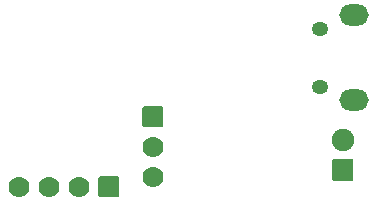
<source format=gbs>
G04 Layer: BottomSolderMaskLayer*
G04 EasyEDA v6.5.14, 2022-08-24 11:35:25*
G04 453cab0d859b422d838698a6d57dd674,401f954c81374b6587e5d63e119e93f9,10*
G04 Gerber Generator version 0.2*
G04 Scale: 100 percent, Rotated: No, Reflected: No *
G04 Dimensions in millimeters *
G04 leading zeros omitted , absolute positions ,4 integer and 5 decimal *
%FSLAX45Y45*%
%MOMM*%

%AMMACRO1*1,1,$1,$2,$3*1,1,$1,$4,$5*1,1,$1,0-$2,0-$3*1,1,$1,0-$4,0-$5*20,1,$1,$2,$3,$4,$5,0*20,1,$1,$4,$5,0-$2,0-$3,0*20,1,$1,0-$2,0-$3,0-$4,0-$5,0*20,1,$1,0-$4,0-$5,$2,$3,0*4,1,4,$2,$3,$4,$5,0-$2,0-$3,0-$4,0-$5,$2,$3,0*%
%ADD10O,1.3999972X1.1999976*%
%ADD11O,2.4999949999999997X1.7999964*%
%ADD12MACRO1,0.2032X-0.7874X-0.85X-0.7874X0.85*%
%ADD13C,1.9032*%
%ADD14C,1.7780*%
%ADD15MACRO1,0.2032X0.7874X0.7874X0.7874X-0.7874*%
%ADD16MACRO1,0.2032X0.7874X-0.7874X-0.7874X-0.7874*%

%LPD*%
D10*
G01*
X545007Y702487D03*
G01*
X545007Y217500D03*
D11*
G01*
X835025Y99999D03*
G01*
X835025Y819988D03*
D12*
G01*
X742294Y-492997D03*
D13*
G01*
X742289Y-238988D03*
D14*
G01*
X-864615Y-543940D03*
G01*
X-864615Y-289940D03*
D15*
G01*
X-864618Y-35933D03*
D16*
G01*
X-1233708Y-629998D03*
D14*
G01*
X-1487703Y-630021D03*
G01*
X-1741703Y-630021D03*
G01*
X-1995703Y-630021D03*
M02*

</source>
